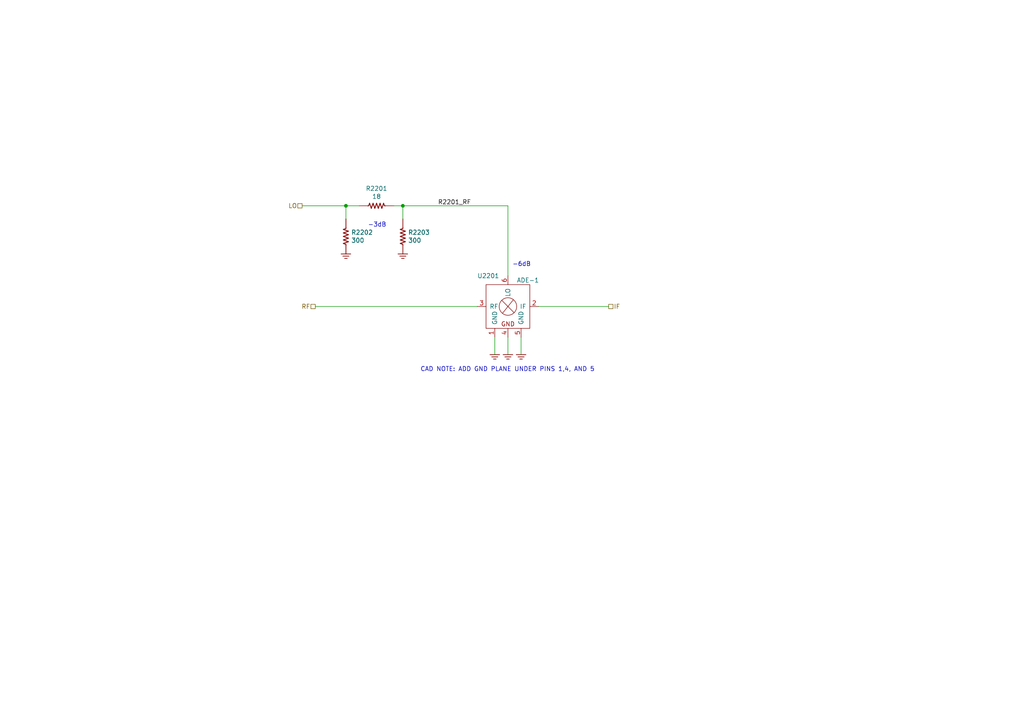
<source format=kicad_sch>
(kicad_sch (version 20211123) (generator eeschema)
  (paper "A4")
  (title_block (title "THIRD_MIXER") (rev "X1"))
  (lib_symbols
    (symbol "custom:ADE-1" (pin_names (offset 1.016))
      (property "Reference" "U" (at -6.35 7.62 0))
      (property "Value" "ADE-1" (at 5.08 7.62 0))
      (symbol "ADE-1_0_0"
        (text "GND" (at 0 -5.08 0) (effects (font (size 1.27 1.27))))
      )
      (symbol "ADE-1_0_1"
        (rectangle (start -6.35 6.35) (end 6.35 -6.35))
        (polyline (pts (xy -1.778 1.778) (xy 1.778 -1.778)))
        (polyline (pts (xy 1.524 1.905) (xy -1.524 -1.905)))
        (circle (center 0 0) (radius 2.54))
      )
      (symbol "ADE-1_1_1"
        (pin passive line (at -3.81 -8.89 90) (length 2.54) (name "GND") (number "1"))
        (pin passive line (at 8.89 0 180) (length 2.54) (name "IF") (number "2"))
        (pin passive line (at -8.89 0 0) (length 2.54) (name "RF") (number "3"))
        (pin passive line (at 0 -8.89 90) (length 2.54) (name "~") (number "4"))
        (pin passive line (at 3.81 -8.89 90) (length 2.54) (name "GND") (number "5"))
        (pin passive line (at 0 8.89 270) (length 2.54) (name "LO") (number "6"))
      )
    )
    (symbol "custom:GND_US" (power) (pin_names (offset 0))
      (symbol "GND_US_0_1"
        (polyline (pts (xy -1.397 0) (xy 1.397 0)) (stroke (width 0.2032)))
        (polyline (pts (xy -0.889 -0.635) (xy 0.889 -0.635)) (stroke (width 0.2032)))
        (polyline (pts (xy -0.381 -1.27) (xy 0.381 -1.27)) (stroke (width 0.2032)))
      )
      (symbol "GND_US_1_1"
        (pin power_in line (at 0 0 90) (length 0) hide (name "GND") (number "1"))
      )
    )
    (symbol "custom:R_US_0805_1%_HS" (pin_numbers hide) (pin_names (offset 1.016) hide)
      (property "Reference" "R" (at 2.032 0 90))
      (property "Value" "R_US_0805_1%_HS" (at -2.032 0 90))
      (symbol "R_US_0805_1%_HS_0_0"
        (polyline (pts (xy 0 -2.54) (xy 0 -2.54) (xy 0 -2.286) (xy -0.762 -2.032) (xy 0.762 -1.524) (xy -0.762 -1.016) (xy 0.762 -0.508) (xy -0.762 0) (xy 0.762 0.508) (xy -0.762 1.016) (xy 0.762 1.524) (xy -0.762 2.032) (xy 0 2.286) (xy 0 2.54) (xy 0 2.54)) (stroke (width 0.254)))
      )
      (symbol "R_US_0805_1%_HS_1_1"
        (pin passive line (at 0 5.08 270) (length 2.54) (name "~") (number "1"))
        (pin passive line (at 0 -5.08 90) (length 2.54) (name "~") (number "2"))
      )
    )
  )
  (junction (at 100.33 59.69))
  (junction (at 116.84 59.69))
  (wire (pts (xy 147.32 59.69) (xy 147.32 80.01)))
  (wire (pts (xy 147.32 97.79) (xy 147.32 102.87)))
  (wire (pts (xy 151.13 97.79) (xy 151.13 102.87)))
  (wire (pts (xy 143.51 97.79) (xy 143.51 102.87)))
  (wire (pts (xy 100.33 59.69) (xy 100.33 63.5)))
  (wire (pts (xy 114.3 59.69) (xy 116.84 59.69)))
  (wire (pts (xy 116.84 59.69) (xy 116.84 63.5)))
  (wire (pts (xy 138.43 88.9) (xy 91.44 88.9)))
  (wire (pts (xy 104.14 59.69) (xy 100.33 59.69)))
  (wire (pts (xy 156.21 88.9) (xy 176.53 88.9)))
  (wire (pts (xy 116.84 59.69) (xy 147.32 59.69)))
  (wire (pts (xy 100.33 59.69) (xy 87.63 59.69)))
  (text "CAD NOTE: ADD GND PLANE UNDER PINS 1,4, AND 5" (at 121.92 107.95 0) (effects (font (size 1.27 1.27)) (justify left bottom)))
  (text "-6dB" (at 148.59 77.47 0) (effects (font (size 1.27 1.27)) (justify left bottom)))
  (text "-3dB" (at 106.68 66.04 0) (effects (font (size 1.27 1.27)) (justify left bottom)))
  (label "R2201_RF" (at 127 59.69 0))
  (hierarchical_label "IF" (shape passive) (at 176.53 88.9 0))
  (hierarchical_label "LO" (shape passive) (at 87.63 59.69 180))
  (hierarchical_label "RF" (shape passive) (at 91.44 88.9 180))
  (symbol (lib_id "custom:ADE-1") (at 147.32 88.9 0) (unit 1)
    (property "Reference" "U2201" (at 138.43 80.01 0) (effects (justify left)))
    (property "Value" "ADE-1" (at 149.86 81.28 0) (effects (justify left)))
    (property "Footprint" "mods:MCL-6-SMD_7R97X5R59" (effects hide))
    (property "PartNumber" "800262-101" (effects hide))
  )
  (symbol (lib_id "custom:GND_US") (at 116.84 73.66 0) (unit 1)
    (property "Reference" "#PWR02202" (effects hide))
    (property "Value" "GND_US" (effects hide))
  )
  (symbol (lib_id "custom:GND_US") (at 147.32 102.87 0) (unit 1)
    (property "Reference" "#PWR02204" (effects hide))
    (property "Value" "GND_US" (effects hide))
  )
  (symbol (lib_id "custom:GND_US") (at 151.13 102.87 0) (unit 1)
    (property "Reference" "#PWR02205" (effects hide))
    (property "Value" "GND_US" (effects hide))
  )
  (symbol (lib_id "custom:R_US_0805_1%_HS") (at 100.33 68.58 0) (unit 1)
    (property "Reference" "R2202" (at 101.854 67.4116 0) (effects (justify left)))
    (property "Value" "300" (at 101.854 69.723 0) (effects (justify left)))
    (property "Footprint" "Resistor_SMD:R_0805_2012Metric_Pad1.15x1.40mm_HandSolder" (effects hide))
    (property "PartNumber" "800235-XXX" (effects hide))
  )
  (symbol (lib_id "custom:R_US_0805_1%_HS") (at 116.84 68.58 0) (unit 1)
    (property "Reference" "R2203" (at 118.364 67.4116 0) (effects (justify left)))
    (property "Value" "300" (at 118.364 69.723 0) (effects (justify left)))
    (property "Footprint" "Resistor_SMD:R_0805_2012Metric_Pad1.15x1.40mm_HandSolder" (effects hide))
    (property "PartNumber" "800235-XXX" (effects hide))
  )
  (symbol (lib_id "custom:R_US_0805_1%_HS") (at 109.22 59.69 270) (unit 1)
    (property "Reference" "R2201" (at 109.22 54.6862 90))
    (property "Value" "18" (at 109.22 56.9976 90))
    (property "Footprint" "Resistor_SMD:R_0805_2012Metric_Pad1.15x1.40mm_HandSolder" (effects hide))
    (property "PartNumber" "800235-XXX" (effects hide))
  )
  (symbol (lib_id "custom:GND_US") (at 100.33 73.66 0) (unit 1)
    (property "Reference" "#PWR02201" (effects hide))
    (property "Value" "GND_US" (effects hide))
  )
  (symbol (lib_id "custom:GND_US") (at 143.51 102.87 0) (unit 1)
    (property "Reference" "#PWR02203" (effects hide))
    (property "Value" "GND_US" (effects hide))
  )
)
</source>
